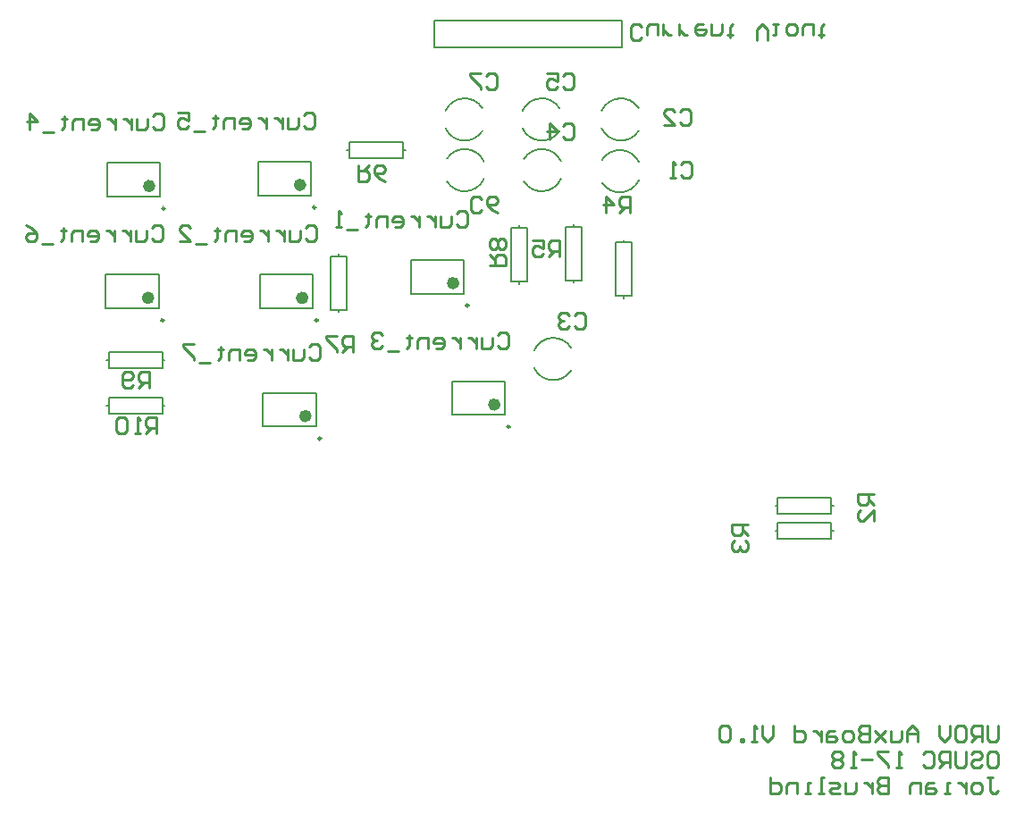
<source format=gbo>
G04 Layer_Color=32896*
%FSLAX25Y25*%
%MOIN*%
G70*
G01*
G75*
%ADD15C,0.01000*%
%ADD50C,0.00787*%
%ADD82C,0.00984*%
%ADD83C,0.02362*%
D15*
X480890Y167532D02*
Y162534D01*
X479890Y161534D01*
X477891D01*
X476891Y162534D01*
Y167532D01*
X474892Y161534D02*
Y167532D01*
X471893D01*
X470893Y166532D01*
Y164533D01*
X471893Y163533D01*
X474892D01*
X472892D02*
X470893Y161534D01*
X465895Y167532D02*
X467894D01*
X468894Y166532D01*
Y162534D01*
X467894Y161534D01*
X465895D01*
X464895Y162534D01*
Y166532D01*
X465895Y167532D01*
X462896D02*
Y163533D01*
X460896Y161534D01*
X458897Y163533D01*
Y167532D01*
X450900Y161534D02*
Y165533D01*
X448900Y167532D01*
X446901Y165533D01*
Y161534D01*
Y164533D01*
X450900D01*
X444901Y165533D02*
Y162534D01*
X443902Y161534D01*
X440903D01*
Y165533D01*
X438903D02*
X434905Y161534D01*
X436904Y163533D01*
X434905Y165533D01*
X438903Y161534D01*
X432905Y167532D02*
Y161534D01*
X429906D01*
X428907Y162534D01*
Y163533D01*
X429906Y164533D01*
X432905D01*
X429906D01*
X428907Y165533D01*
Y166532D01*
X429906Y167532D01*
X432905D01*
X425908Y161534D02*
X423908D01*
X422908Y162534D01*
Y164533D01*
X423908Y165533D01*
X425908D01*
X426907Y164533D01*
Y162534D01*
X425908Y161534D01*
X419909Y165533D02*
X417910D01*
X416911Y164533D01*
Y161534D01*
X419909D01*
X420909Y162534D01*
X419909Y163533D01*
X416911D01*
X414911Y165533D02*
Y161534D01*
Y163533D01*
X413911Y164533D01*
X412912Y165533D01*
X411912D01*
X404914Y167532D02*
Y161534D01*
X407913D01*
X408913Y162534D01*
Y164533D01*
X407913Y165533D01*
X404914D01*
X396917Y167532D02*
Y163533D01*
X394918Y161534D01*
X392918Y163533D01*
Y167532D01*
X390919Y161534D02*
X388919D01*
X389919D01*
Y167532D01*
X390919Y166532D01*
X385921Y161534D02*
Y162534D01*
X384921D01*
Y161534D01*
X385921D01*
X380922Y166532D02*
X379922Y167532D01*
X377923D01*
X376923Y166532D01*
Y162534D01*
X377923Y161534D01*
X379922D01*
X380922Y162534D01*
Y166532D01*
X477891Y157934D02*
X479890D01*
X480890Y156935D01*
Y152936D01*
X479890Y151936D01*
X477891D01*
X476891Y152936D01*
Y156935D01*
X477891Y157934D01*
X470893Y156935D02*
X471893Y157934D01*
X473892D01*
X474892Y156935D01*
Y155935D01*
X473892Y154935D01*
X471893D01*
X470893Y153936D01*
Y152936D01*
X471893Y151936D01*
X473892D01*
X474892Y152936D01*
X468894Y157934D02*
Y152936D01*
X467894Y151936D01*
X465895D01*
X464895Y152936D01*
Y157934D01*
X462896Y151936D02*
Y157934D01*
X459897D01*
X458897Y156935D01*
Y154935D01*
X459897Y153936D01*
X462896D01*
X460896D02*
X458897Y151936D01*
X452899Y156935D02*
X453898Y157934D01*
X455898D01*
X456897Y156935D01*
Y152936D01*
X455898Y151936D01*
X453898D01*
X452899Y152936D01*
X444901Y151936D02*
X442902D01*
X443902D01*
Y157934D01*
X444901Y156935D01*
X439903Y157934D02*
X435904D01*
Y156935D01*
X439903Y152936D01*
Y151936D01*
X433905Y154935D02*
X429906D01*
X427907Y151936D02*
X425908D01*
X426907D01*
Y157934D01*
X427907Y156935D01*
X422908D02*
X421909Y157934D01*
X419909D01*
X418910Y156935D01*
Y155935D01*
X419909Y154935D01*
X418910Y153936D01*
Y152936D01*
X419909Y151936D01*
X421909D01*
X422908Y152936D01*
Y153936D01*
X421909Y154935D01*
X422908Y155935D01*
Y156935D01*
X421909Y154935D02*
X419909D01*
X476891Y148337D02*
X478890D01*
X477891D01*
Y143338D01*
X478890Y142339D01*
X479890D01*
X480890Y143338D01*
X473892Y142339D02*
X471893D01*
X470893Y143338D01*
Y145338D01*
X471893Y146337D01*
X473892D01*
X474892Y145338D01*
Y143338D01*
X473892Y142339D01*
X468894Y146337D02*
Y142339D01*
Y144338D01*
X467894Y145338D01*
X466894Y146337D01*
X465895D01*
X462896Y142339D02*
X460896D01*
X461896D01*
Y146337D01*
X462896D01*
X456897D02*
X454898D01*
X453898Y145338D01*
Y142339D01*
X456897D01*
X457897Y143338D01*
X456897Y144338D01*
X453898D01*
X451899Y142339D02*
Y146337D01*
X448900D01*
X447900Y145338D01*
Y142339D01*
X439903Y148337D02*
Y142339D01*
X436904D01*
X435904Y143338D01*
Y144338D01*
X436904Y145338D01*
X439903D01*
X436904D01*
X435904Y146337D01*
Y147337D01*
X436904Y148337D01*
X439903D01*
X433905Y146337D02*
Y142339D01*
Y144338D01*
X432905Y145338D01*
X431906Y146337D01*
X430906D01*
X427907D02*
Y143338D01*
X426907Y142339D01*
X423908D01*
Y146337D01*
X421909Y142339D02*
X418910D01*
X417910Y143338D01*
X418910Y144338D01*
X420909D01*
X421909Y145338D01*
X420909Y146337D01*
X417910D01*
X415911Y142339D02*
X413911D01*
X414911D01*
Y148337D01*
X415911D01*
X410912Y142339D02*
X408913D01*
X409913D01*
Y146337D01*
X410912D01*
X405914Y142339D02*
Y146337D01*
X402915D01*
X401915Y145338D01*
Y142339D01*
X395917Y148337D02*
Y142339D01*
X398916D01*
X399916Y143338D01*
Y145338D01*
X398916Y146337D01*
X395917D01*
X223768Y309086D02*
X224768Y310086D01*
X226767D01*
X227767Y309086D01*
Y305087D01*
X226767Y304087D01*
X224768D01*
X223768Y305087D01*
X221769Y308086D02*
Y305087D01*
X220769Y304087D01*
X217770D01*
Y308086D01*
X215771D02*
Y304087D01*
Y306087D01*
X214771Y307086D01*
X213772Y308086D01*
X212772D01*
X209773D02*
Y304087D01*
Y306087D01*
X208773Y307086D01*
X207773Y308086D01*
X206774D01*
X200776Y304087D02*
X202775D01*
X203775Y305087D01*
Y307086D01*
X202775Y308086D01*
X200776D01*
X199776Y307086D01*
Y306087D01*
X203775D01*
X197777Y304087D02*
Y308086D01*
X194778D01*
X193778Y307086D01*
Y304087D01*
X190779Y309086D02*
Y308086D01*
X191779D01*
X189779D01*
X190779D01*
Y305087D01*
X189779Y304087D01*
X186780Y303088D02*
X182782D01*
X180782Y310086D02*
X176783D01*
Y309086D01*
X180782Y305087D01*
Y304087D01*
X165125Y353150D02*
X166125Y354150D01*
X168124D01*
X169124Y353150D01*
Y349152D01*
X168124Y348152D01*
X166125D01*
X165125Y349152D01*
X163126Y352151D02*
Y349152D01*
X162126Y348152D01*
X159127D01*
Y352151D01*
X157127D02*
Y348152D01*
Y350151D01*
X156128Y351151D01*
X155128Y352151D01*
X154129D01*
X151129D02*
Y348152D01*
Y350151D01*
X150130Y351151D01*
X149130Y352151D01*
X148130D01*
X142132Y348152D02*
X144132D01*
X145131Y349152D01*
Y351151D01*
X144132Y352151D01*
X142132D01*
X141133Y351151D01*
Y350151D01*
X145131D01*
X139133Y348152D02*
Y352151D01*
X136134D01*
X135135Y351151D01*
Y348152D01*
X132136Y353150D02*
Y352151D01*
X133135D01*
X131136D01*
X132136D01*
Y349152D01*
X131136Y348152D01*
X128137Y347152D02*
X124138D01*
X118140Y354150D02*
X120140Y353150D01*
X122139Y351151D01*
Y349152D01*
X121139Y348152D01*
X119140D01*
X118140Y349152D01*
Y350151D01*
X119140Y351151D01*
X122139D01*
X221760Y395345D02*
X222759Y396344D01*
X224759D01*
X225758Y395345D01*
Y391346D01*
X224759Y390347D01*
X222759D01*
X221760Y391346D01*
X219760Y394345D02*
Y391346D01*
X218760Y390347D01*
X215761D01*
Y394345D01*
X213762D02*
Y390347D01*
Y392346D01*
X212762Y393345D01*
X211763Y394345D01*
X210763D01*
X207764D02*
Y390347D01*
Y392346D01*
X206764Y393345D01*
X205765Y394345D01*
X204765D01*
X198767Y390347D02*
X200766D01*
X201766Y391346D01*
Y393345D01*
X200766Y394345D01*
X198767D01*
X197767Y393345D01*
Y392346D01*
X201766D01*
X195768Y390347D02*
Y394345D01*
X192769D01*
X191769Y393345D01*
Y390347D01*
X188770Y395345D02*
Y394345D01*
X189770D01*
X187771D01*
X188770D01*
Y391346D01*
X187771Y390347D01*
X184772Y389347D02*
X180773D01*
X174775Y396344D02*
X178773D01*
Y393345D01*
X176774Y394345D01*
X175775D01*
X174775Y393345D01*
Y391346D01*
X175775Y390347D01*
X177774D01*
X178773Y391346D01*
X165519Y394913D02*
X166518Y395912D01*
X168518D01*
X169517Y394913D01*
Y390914D01*
X168518Y389914D01*
X166518D01*
X165519Y390914D01*
X163519Y393913D02*
Y390914D01*
X162520Y389914D01*
X159521D01*
Y393913D01*
X157521D02*
Y389914D01*
Y391914D01*
X156521Y392913D01*
X155522Y393913D01*
X154522D01*
X151523D02*
Y389914D01*
Y391914D01*
X150523Y392913D01*
X149524Y393913D01*
X148524D01*
X142526Y389914D02*
X144525D01*
X145525Y390914D01*
Y392913D01*
X144525Y393913D01*
X142526D01*
X141526Y392913D01*
Y391914D01*
X145525D01*
X139527Y389914D02*
Y393913D01*
X136528D01*
X135528Y392913D01*
Y389914D01*
X132529Y394913D02*
Y393913D01*
X133529D01*
X131530D01*
X132529D01*
Y390914D01*
X131530Y389914D01*
X128531Y388914D02*
X124532D01*
X119534Y389914D02*
Y395912D01*
X122532Y392913D01*
X118534D01*
X294223Y313424D02*
X295222Y314423D01*
X297222D01*
X298221Y313424D01*
Y309425D01*
X297222Y308425D01*
X295222D01*
X294223Y309425D01*
X292223Y312424D02*
Y309425D01*
X291224Y308425D01*
X288225D01*
Y312424D01*
X286225D02*
Y308425D01*
Y310424D01*
X285226Y311424D01*
X284226Y312424D01*
X283226D01*
X280227D02*
Y308425D01*
Y310424D01*
X279227Y311424D01*
X278228Y312424D01*
X277228D01*
X271230Y308425D02*
X273229D01*
X274229Y309425D01*
Y311424D01*
X273229Y312424D01*
X271230D01*
X270230Y311424D01*
Y310424D01*
X274229D01*
X268231Y308425D02*
Y312424D01*
X265232D01*
X264232Y311424D01*
Y308425D01*
X261233Y313424D02*
Y312424D01*
X262233D01*
X260234D01*
X261233D01*
Y309425D01*
X260234Y308425D01*
X257235Y307425D02*
X253236D01*
X251237Y313424D02*
X250237Y314423D01*
X248237D01*
X247238Y313424D01*
Y312424D01*
X248237Y311424D01*
X249237D01*
X248237D01*
X247238Y310424D01*
Y309425D01*
X248237Y308425D01*
X250237D01*
X251237Y309425D01*
X222605Y353213D02*
X223605Y354213D01*
X225604D01*
X226604Y353213D01*
Y349215D01*
X225604Y348215D01*
X223605D01*
X222605Y349215D01*
X220606Y352214D02*
Y349215D01*
X219606Y348215D01*
X216607D01*
Y352214D01*
X214608D02*
Y348215D01*
Y350214D01*
X213608Y351214D01*
X212609Y352214D01*
X211609D01*
X208610D02*
Y348215D01*
Y350214D01*
X207610Y351214D01*
X206610Y352214D01*
X205611D01*
X199613Y348215D02*
X201612D01*
X202612Y349215D01*
Y351214D01*
X201612Y352214D01*
X199613D01*
X198613Y351214D01*
Y350214D01*
X202612D01*
X196614Y348215D02*
Y352214D01*
X193615D01*
X192615Y351214D01*
Y348215D01*
X189616Y353213D02*
Y352214D01*
X190616D01*
X188616D01*
X189616D01*
Y349215D01*
X188616Y348215D01*
X185617Y347215D02*
X181618D01*
X175620Y348215D02*
X179619D01*
X175620Y352214D01*
Y353213D01*
X176620Y354213D01*
X178620D01*
X179619Y353213D01*
X278878Y358654D02*
X279877Y359654D01*
X281877D01*
X282876Y358654D01*
Y354656D01*
X281877Y353656D01*
X279877D01*
X278878Y354656D01*
X276878Y357655D02*
Y354656D01*
X275879Y353656D01*
X272880D01*
Y357655D01*
X270880D02*
Y353656D01*
Y355655D01*
X269881Y356655D01*
X268881Y357655D01*
X267881D01*
X264882D02*
Y353656D01*
Y355655D01*
X263882Y356655D01*
X262883Y357655D01*
X261883D01*
X255885Y353656D02*
X257885D01*
X258884Y354656D01*
Y356655D01*
X257885Y357655D01*
X255885D01*
X254885Y356655D01*
Y355655D01*
X258884D01*
X252886Y353656D02*
Y357655D01*
X249887D01*
X248887Y356655D01*
Y353656D01*
X245888Y358654D02*
Y357655D01*
X246888D01*
X244889D01*
X245888D01*
Y354656D01*
X244889Y353656D01*
X241890Y352656D02*
X237891D01*
X235892Y353656D02*
X233892D01*
X234892D01*
Y359654D01*
X235892Y358654D01*
X166929Y276772D02*
Y282770D01*
X163930D01*
X162930Y281770D01*
Y279771D01*
X163930Y278771D01*
X166929D01*
X164930D02*
X162930Y276772D01*
X160931D02*
X158932D01*
X159931D01*
Y282770D01*
X160931Y281770D01*
X155933D02*
X154933Y282770D01*
X152934D01*
X151934Y281770D01*
Y277771D01*
X152934Y276772D01*
X154933D01*
X155933Y277771D01*
Y281770D01*
X164173Y293701D02*
Y299699D01*
X161174D01*
X160175Y298699D01*
Y296700D01*
X161174Y295700D01*
X164173D01*
X162174D02*
X160175Y293701D01*
X158175Y294701D02*
X157176Y293701D01*
X155176D01*
X154176Y294701D01*
Y298699D01*
X155176Y299699D01*
X157176D01*
X158175Y298699D01*
Y297699D01*
X157176Y296700D01*
X154176D01*
X291339Y339370D02*
X297337D01*
Y342369D01*
X296337Y343369D01*
X294338D01*
X293338Y342369D01*
Y339370D01*
Y341369D02*
X291339Y343369D01*
X296337Y345368D02*
X297337Y346368D01*
Y348367D01*
X296337Y349367D01*
X295337D01*
X294338Y348367D01*
X293338Y349367D01*
X292338D01*
X291339Y348367D01*
Y346368D01*
X292338Y345368D01*
X293338D01*
X294338Y346368D01*
X295337Y345368D01*
X296337D01*
X294338Y346368D02*
Y348367D01*
X240158Y307087D02*
Y313085D01*
X237158D01*
X236159Y312085D01*
Y310086D01*
X237158Y309086D01*
X240158D01*
X238158D02*
X236159Y307087D01*
X234159Y313085D02*
X230161D01*
Y312085D01*
X234159Y308086D01*
Y307087D01*
X242126Y376772D02*
Y370774D01*
X245125D01*
X246125Y371773D01*
Y373773D01*
X245125Y374772D01*
X242126D01*
X244125D02*
X246125Y376772D01*
X252123Y370774D02*
X250123Y371773D01*
X248124Y373773D01*
Y375772D01*
X249124Y376772D01*
X251123D01*
X252123Y375772D01*
Y374772D01*
X251123Y373773D01*
X248124D01*
X317323Y342520D02*
Y348518D01*
X314324D01*
X313324Y347518D01*
Y345519D01*
X314324Y344519D01*
X317323D01*
X315323D02*
X313324Y342520D01*
X307326Y348518D02*
X311325D01*
Y345519D01*
X309325Y346518D01*
X308326D01*
X307326Y345519D01*
Y343519D01*
X308326Y342520D01*
X310325D01*
X311325Y343519D01*
X343689Y358945D02*
Y364943D01*
X340690D01*
X339690Y363944D01*
Y361944D01*
X340690Y360945D01*
X343689D01*
X341689D02*
X339690Y358945D01*
X334692D02*
Y364943D01*
X337690Y361944D01*
X333692D01*
X387511Y242508D02*
X381513D01*
Y239508D01*
X382513Y238509D01*
X384512D01*
X385512Y239508D01*
Y242508D01*
Y240508D02*
X387511Y238509D01*
X382513Y236509D02*
X381513Y235510D01*
Y233510D01*
X382513Y232511D01*
X383513D01*
X384512Y233510D01*
Y234510D01*
Y233510D01*
X385512Y232511D01*
X386512D01*
X387511Y233510D01*
Y235510D01*
X386512Y236509D01*
X434646Y253937D02*
X428648D01*
Y250938D01*
X429647Y249938D01*
X431647D01*
X432646Y250938D01*
Y253937D01*
Y251938D02*
X434646Y249938D01*
Y243940D02*
Y247939D01*
X430647Y243940D01*
X429647D01*
X428648Y244940D01*
Y246939D01*
X429647Y247939D01*
X347857Y424136D02*
X346857Y423136D01*
X344858D01*
X343858Y424136D01*
Y428134D01*
X344858Y429134D01*
X346857D01*
X347857Y428134D01*
X349856Y425135D02*
Y428134D01*
X350856Y429134D01*
X353855D01*
Y425135D01*
X355854D02*
Y429134D01*
Y427135D01*
X356854Y426135D01*
X357854Y425135D01*
X358853D01*
X361852D02*
Y429134D01*
Y427135D01*
X362852Y426135D01*
X363852Y425135D01*
X364851D01*
X370849Y429134D02*
X368850D01*
X367850Y428134D01*
Y426135D01*
X368850Y425135D01*
X370849D01*
X371849Y426135D01*
Y427135D01*
X367850D01*
X373849Y429134D02*
Y425135D01*
X376848D01*
X377847Y426135D01*
Y429134D01*
X380846Y424136D02*
Y425135D01*
X379847D01*
X381846D01*
X380846D01*
Y428134D01*
X381846Y429134D01*
X390843Y423136D02*
Y427135D01*
X392842Y429134D01*
X394842Y427135D01*
Y423136D01*
X396841Y429134D02*
X398840D01*
X397841D01*
Y425135D01*
X396841D01*
X402839Y429134D02*
X404839D01*
X405838Y428134D01*
Y426135D01*
X404839Y425135D01*
X402839D01*
X401839Y426135D01*
Y428134D01*
X402839Y429134D01*
X407837Y425135D02*
Y428134D01*
X408837Y429134D01*
X411836D01*
Y425135D01*
X414835Y424136D02*
Y425135D01*
X413836D01*
X415835D01*
X414835D01*
Y428134D01*
X415835Y429134D01*
X289741Y409918D02*
X290741Y410918D01*
X292741D01*
X293740Y409918D01*
Y405919D01*
X292741Y404920D01*
X290741D01*
X289741Y405919D01*
X287742Y410918D02*
X283743D01*
Y409918D01*
X287742Y405919D01*
Y404920D01*
X288251Y359962D02*
X287251Y358963D01*
X285252D01*
X284252Y359962D01*
Y363961D01*
X285252Y364961D01*
X287251D01*
X288251Y363961D01*
X294249Y358963D02*
X292249Y359962D01*
X290250Y361962D01*
Y363961D01*
X291250Y364961D01*
X293249D01*
X294249Y363961D01*
Y362961D01*
X293249Y361962D01*
X290250D01*
X318516Y410006D02*
X319516Y411005D01*
X321515D01*
X322515Y410006D01*
Y406007D01*
X321515Y405007D01*
X319516D01*
X318516Y406007D01*
X312518Y411005D02*
X316517D01*
Y408006D01*
X314517Y409006D01*
X313518D01*
X312518Y408006D01*
Y406007D01*
X313518Y405007D01*
X315517D01*
X316517Y406007D01*
X318549Y391111D02*
X319549Y392111D01*
X321548D01*
X322548Y391111D01*
Y387112D01*
X321548Y386113D01*
X319549D01*
X318549Y387112D01*
X313551Y386113D02*
Y392111D01*
X316550Y389112D01*
X312551D01*
X322820Y320579D02*
X323820Y321578D01*
X325819D01*
X326819Y320579D01*
Y316580D01*
X325819Y315580D01*
X323820D01*
X322820Y316580D01*
X320821Y320579D02*
X319821Y321578D01*
X317822D01*
X316822Y320579D01*
Y319579D01*
X317822Y318579D01*
X318822D01*
X317822D01*
X316822Y317580D01*
Y316580D01*
X317822Y315580D01*
X319821D01*
X320821Y316580D01*
X362143Y396731D02*
X363143Y397730D01*
X365142D01*
X366142Y396731D01*
Y392732D01*
X365142Y391732D01*
X363143D01*
X362143Y392732D01*
X356145Y391732D02*
X360144D01*
X356145Y395731D01*
Y396731D01*
X357145Y397730D01*
X359144D01*
X360144Y396731D01*
X362537Y377046D02*
X363536Y378045D01*
X365536D01*
X366535Y377046D01*
Y373047D01*
X365536Y372047D01*
X363536D01*
X362537Y373047D01*
X360537Y372047D02*
X358538D01*
X359538D01*
Y378045D01*
X360537Y377046D01*
D50*
X288530Y397933D02*
G03*
X274729Y396975I-6640J-4232D01*
G01*
Y390426D02*
G03*
X288530Y389468I7161J3274D01*
G01*
X317270Y397933D02*
G03*
X303469Y396975I-6640J-4232D01*
G01*
Y390426D02*
G03*
X317270Y389468I7161J3274D01*
G01*
X303990Y370571D02*
G03*
X317791Y371529I6640J4232D01*
G01*
Y378078D02*
G03*
X303990Y379035I-7161J-3274D01*
G01*
X321601Y308563D02*
G03*
X307800Y307605I-6640J-4232D01*
G01*
Y301056D02*
G03*
X321601Y300098I7161J3274D01*
G01*
X346797Y397933D02*
G03*
X332997Y396975I-6640J-4232D01*
G01*
Y390426D02*
G03*
X346797Y389468I7161J3274D01*
G01*
X333124Y370177D02*
G03*
X346925Y371135I6640J4232D01*
G01*
Y377684D02*
G03*
X333124Y378642I-7161J-3274D01*
G01*
X275250Y370571D02*
G03*
X289051Y371529I6640J4232D01*
G01*
Y378078D02*
G03*
X275250Y379035I-7161J-3274D01*
G01*
X418661Y246606D02*
Y249606D01*
X398661Y246606D02*
X418661D01*
X398661D02*
Y252606D01*
X418661D01*
Y249606D02*
Y252606D01*
X397761Y249606D02*
X398661D01*
X418661D02*
X419561D01*
X398661Y240158D02*
Y243158D01*
X418661D01*
Y237158D02*
Y243158D01*
X398661Y237158D02*
X418661D01*
X398661D02*
Y240158D01*
X418661D02*
X419561D01*
X397761D02*
X398661D01*
X235039Y342677D02*
X238039D01*
Y322677D02*
Y342677D01*
X232039Y322677D02*
X238039D01*
X232039D02*
Y342677D01*
X235039D01*
Y321777D02*
Y322677D01*
Y342677D02*
Y343577D01*
X238819Y382283D02*
Y385283D01*
X258819D01*
Y379283D02*
Y385283D01*
X238819Y379283D02*
X258819D01*
X238819D02*
Y382283D01*
X258819D02*
X259719D01*
X237919D02*
X238819D01*
X322441Y353701D02*
X325441D01*
Y333701D02*
Y353701D01*
X319441Y333701D02*
X325441D01*
X319441D02*
Y353701D01*
X322441D01*
Y332801D02*
Y333701D01*
Y353701D02*
Y354601D01*
X341339Y347795D02*
X344339D01*
Y327795D02*
Y347795D01*
X338339Y327795D02*
X344339D01*
X338339D02*
Y347795D01*
X341339D01*
Y326895D02*
Y327795D01*
Y347795D02*
Y348695D01*
X149055Y287008D02*
Y290008D01*
X169055D01*
Y284008D02*
Y290008D01*
X149055Y284008D02*
X169055D01*
X149055D02*
Y287008D01*
X169055D02*
X169955D01*
X148155D02*
X149055D01*
X149055Y303937D02*
Y306937D01*
X169055D01*
Y300937D02*
Y306937D01*
X149055Y300937D02*
X169055D01*
X149055D02*
Y303937D01*
X169055D02*
X169955D01*
X148155D02*
X149055D01*
X302362Y353307D02*
X305362D01*
Y333307D02*
Y353307D01*
X299362Y333307D02*
X305362D01*
X299362D02*
Y353307D01*
X302362D01*
Y332407D02*
Y333307D01*
Y353307D02*
Y354207D01*
X205512Y323228D02*
X225197D01*
X205512Y335827D02*
X225197D01*
Y323228D02*
Y335827D01*
X205512Y323228D02*
Y335827D01*
X204724Y365354D02*
X224409D01*
X204724Y377953D02*
X224409D01*
Y365354D02*
Y377953D01*
X204724Y365354D02*
Y377953D01*
X277165Y283465D02*
X296850D01*
X277165Y296063D02*
X296850D01*
Y283465D02*
Y296063D01*
X277165Y283465D02*
Y296063D01*
X261811Y328740D02*
X281496D01*
X261811Y341339D02*
X281496D01*
Y328740D02*
Y341339D01*
X261811Y328740D02*
Y341339D01*
X148031Y323228D02*
X167717D01*
X148031Y335827D02*
X167717D01*
Y323228D02*
Y335827D01*
X148031Y323228D02*
Y335827D01*
X206693Y279134D02*
X226378D01*
X206693Y291732D02*
X226378D01*
Y279134D02*
Y291732D01*
X206693Y279134D02*
Y291732D01*
X148425Y364961D02*
X168110D01*
X148425Y377559D02*
X168110D01*
Y364961D02*
Y377559D01*
X148425Y364961D02*
Y377559D01*
X270512Y430591D02*
X340512D01*
Y420591D02*
Y430591D01*
X270512Y420591D02*
X340512D01*
X270512D02*
Y430591D01*
D82*
X227087Y318799D02*
G03*
X227087Y318799I-492J0D01*
G01*
X226299Y360925D02*
G03*
X226299Y360925I-492J0D01*
G01*
X298740Y279035D02*
G03*
X298740Y279035I-492J0D01*
G01*
X283386Y324311D02*
G03*
X283386Y324311I-492J0D01*
G01*
X169606Y318799D02*
G03*
X169606Y318799I-492J0D01*
G01*
X228268Y274705D02*
G03*
X228268Y274705I-492J0D01*
G01*
X170000Y360531D02*
G03*
X170000Y360531I-492J0D01*
G01*
D83*
X222441Y327165D02*
G03*
X222441Y327165I-1181J0D01*
G01*
X221654Y369291D02*
G03*
X221654Y369291I-1181J0D01*
G01*
X294094Y287402D02*
G03*
X294094Y287402I-1181J0D01*
G01*
X278740Y332677D02*
G03*
X278740Y332677I-1181J0D01*
G01*
X164961Y327165D02*
G03*
X164961Y327165I-1181J0D01*
G01*
X223622Y283071D02*
G03*
X223622Y283071I-1181J0D01*
G01*
X165354Y368898D02*
G03*
X165354Y368898I-1181J0D01*
G01*
M02*

</source>
